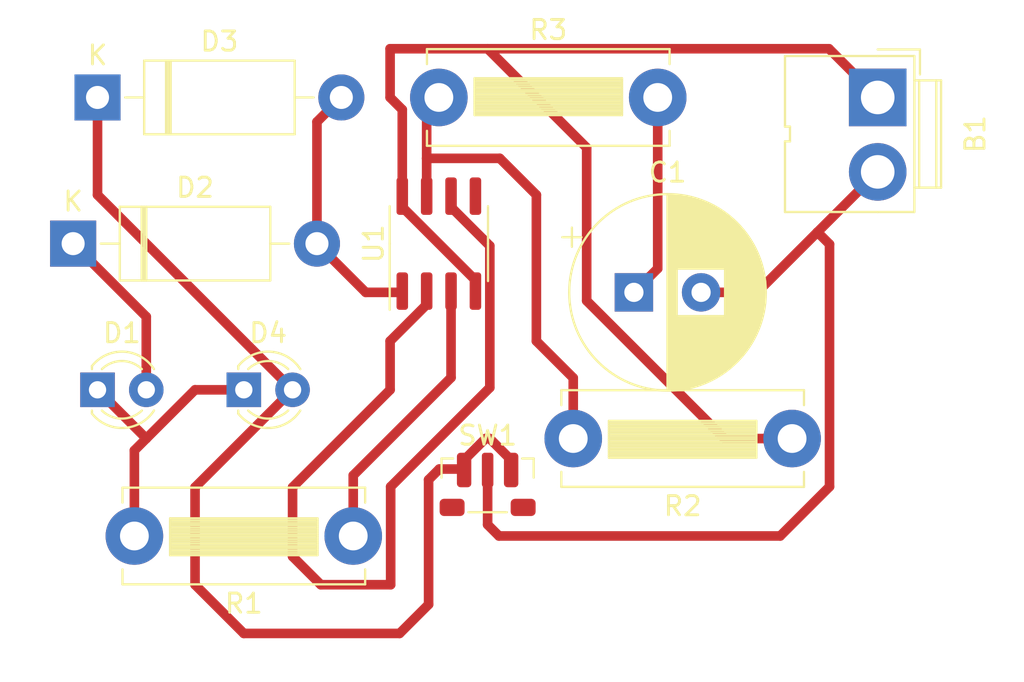
<source format=kicad_pcb>
(kicad_pcb (version 20211014) (generator pcbnew)
  (layers (0 "F.Cu" signal) (31 "B.Cu" signal) (34 "B.Paste" user) (35 "F.Paste" user) (36 "B.SilkS" user "B.Silkscreen") (37 "F.SilkS" user "F.Silkscreen") (38 "B.Mask" user) (39 "F.Mask" user) (44 "Edge.Cuts" user))
  (net 0 "")
  (net 1 "Net-(B1-Pad1)")
  (net 2 "Net-(B1-Pad2)")
  (net 3 "Net-(C1-Pad1)")
  (net 4 "Net-(D1-Pad1)")
  (net 5 "Net-(D1-Pad2)")
  (net 6 "Net-(D2-Pad2)")
  (net 7 "Net-(D3-Pad1)")
  (net 8 "Net-(R1-Pad1)")
  (net 9 "Net-(R2-Pad2)")
  (net 10 "Net-(U1-Pad2)")
  (footprint "Button_Switch_SMD:SW_Push_1P1T-MP_NO_Horizontal_Alps_SKRTLAE010" (layer "F.Cu") (at 127 81.28)
    (fp_text reference "SW1" (at 0 -2.7) (layer "F.SilkS"))
    (fp_text value "SW_SPDT")
    (fp_line (start -2.4 -1.5) (end -2.4 -0.5) (layer "F.SilkS") (width 0.12))
    (fp_line (start -1.8 -1.5) (end -2.4 -1.5) (layer "F.SilkS") (width 0.12))
    (fp_line (start -1 1.3) (end 1 1.3) (layer "F.SilkS") (width 0.12))
    (fp_line (start 2.4 -1.5) (end 2.4 -0.5) (layer "F.SilkS") (width 0.12))
    (fp_line (start 1.8 -1.5) (end 2.4 -1.5) (layer "F.SilkS") (width 0.12))
    (pad "" np_thru_hole circle (at 2.125 0) (size 0.9 0.9) (drill 0.9) (layers *.Cu *.Mask))
    (pad "" np_thru_hole circle (at -2.125 0) (size 0.9 0.9) (drill 0.9) (layers *.Cu *.Mask))
    (pad "1" smd roundrect (at 1.225 -0.9) (size 0.75 1.8) (layers "F.Cu" "F.Paste" "F.Mask") (net 7 "Net-(D3-Pad1)"))
    (pad "1" smd roundrect (at -1.225 -0.9) (size 0.75 1.8) (layers "F.Cu" "F.Paste" "F.Mask") (net 7 "Net-(D3-Pad1)"))
    (pad "2" smd roundrect (at 0 -0.9) (size 0.6 1.8) (layers "F.Cu" "F.Paste" "F.Mask") (net 2 "Net-(B1-Pad2)"))
    (pad "MP" smd roundrect (at 1.85 1.05) (size 1.3 0.9) (layers "F.Cu" "F.Paste" "F.Mask"))
    (pad "MP" smd roundrect (at -1.85 1.05) (size 1.3 0.9) (layers "F.Cu" "F.Paste" "F.Mask"))
  )
  (footprint "Diode_THT:D_DO-15_P12.70mm_Horizontal" (layer "F.Cu") (at 106.68 60.96)
    (fp_text reference "D3" (at 6.35 -2.92) (layer "F.SilkS"))
    (fp_text value "1N4007")
    (fp_text user "K" (at 0 -2.2) (layer "F.SilkS"))
    (fp_line (start 2.43 1.92) (end 10.27 1.92) (layer "F.SilkS") (width 0.12))
    (fp_line (start 10.27 -1.92) (end 2.43 -1.92) (layer "F.SilkS") (width 0.12))
    (fp_line (start 2.43 -1.92) (end 2.43 1.92) (layer "F.SilkS") (width 0.12))
    (fp_line (start 3.81 -1.92) (end 3.81 1.92) (layer "F.SilkS") (width 0.12))
    (fp_line (start 1.44 0) (end 2.43 0) (layer "F.SilkS") (width 0.12))
    (fp_line (start 11.26 0) (end 10.27 0) (layer "F.SilkS") (width 0.12))
    (fp_line (start 3.69 -1.92) (end 3.69 1.92) (layer "F.SilkS") (width 0.12))
    (fp_line (start 3.57 -1.92) (end 3.57 1.92) (layer "F.SilkS") (width 0.12))
    (fp_line (start 10.27 1.92) (end 10.27 -1.92) (layer "F.SilkS") (width 0.12))
    (pad "1" thru_hole rect (at 0 0) (size 2.4 2.4) (drill 1.2) (layers *.Cu *.Mask) (net 7 "Net-(D3-Pad1)"))
    (pad "2" thru_hole oval (at 12.7 0) (size 2.4 2.4) (drill 1.2) (layers *.Cu *.Mask) (net 6 "Net-(D2-Pad2)"))
  )
  (footprint "Resistor_THT:R_Bare_Metal_Element_L12.4mm_W4.8mm_P11.40mm" (layer "F.Cu") (at 124.46 60.96)
    (fp_text reference "R3" (at 5.7 -3.52) (layer "F.SilkS"))
    (fp_text value "470k")
    (fp_line (start 1.86 -0.64) (end 9.54 -0.64) (layer "F.SilkS") (width 0.12))
    (fp_line (start 12.02 -2.52) (end 12.02 -1.74) (layer "F.SilkS") (width 0.12))
    (fp_line (start 1.86 -0.04) (end 9.54 -0.04) (layer "F.SilkS") (width 0.12))
    (fp_line (start 1.86 0.2) (end 9.54 0.2) (layer "F.SilkS") (width 0.12))
    (fp_line (start 1.86 0.8) (end 9.54 0.8) (layer "F.SilkS") (width 0.12))
    (fp_line (start 1.86 -1) (end 1.86 0.92) (layer "F.SilkS") (width 0.12))
    (fp_line (start 1.86 0.08) (end 9.54 0.08) (layer "F.SilkS") (width 0.12))
    (fp_line (start 1.86 -0.28) (end 9.54 -0.28) (layer "F.SilkS") (width 0.12))
    (fp_line (start 1.86 -0.4) (end 9.54 -0.4) (layer "F.SilkS") (width 0.12))
    (fp_line (start -0.62 -2.52) (end 12.02 -2.52) (layer "F.SilkS") (width 0.12))
    (fp_line (start 1.86 -0.76) (end 9.54 -0.76) (layer "F.SilkS") (width 0.12))
    (fp_line (start 1.86 0.44) (end 9.54 0.44) (layer "F.SilkS") (width 0.12))
    (fp_line (start 12.02 2.52) (end 12.02 1.74) (layer "F.SilkS") (width 0.12))
    (fp_line (start 1.86 0.56) (end 9.54 0.56) (layer "F.SilkS") (width 0.12))
    (fp_line (start -0.62 1.74) (end -0.62 2.52) (layer "F.SilkS") (width 0.12))
    (fp_line (start 9.54 -1) (end 9.54 0.92) (layer "F.SilkS") (width 0.12))
    (fp_line (start 1.86 -0.16) (end 9.54 -0.16) (layer "F.SilkS") (width 0.12))
    (fp_line (start 1.86 -0.52) (end 9.54 -0.52) (layer "F.SilkS") (width 0.12))
    (fp_line (start -0.62 -1.74) (end -0.62 -2.52) (layer "F.SilkS") (width 0.12))
    (fp_line (start 1.86 0.92) (end 9.54 0.92) (layer "F.SilkS") (width 0.12))
    (fp_line (start 1.86 0.68) (end 9.54 0.68) (layer "F.SilkS") (width 0.12))
    (fp_line (start 1.86 -0.88) (end 9.54 -0.88) (layer "F.SilkS") (width 0.12))
    (fp_line (start -0.62 2.52) (end 12.02 2.52) (layer "F.SilkS") (width 0.12))
    (fp_line (start 1.86 0.32) (end 9.54 0.32) (layer "F.SilkS") (width 0.12))
    (fp_line (start 1.86 -1) (end 9.54 -1) (layer "F.SilkS") (width 0.12))
    (pad "1" thru_hole circle (at 0 0) (size 3 3) (drill 1.5) (layers *.Cu *.Mask) (net 9 "Net-(R2-Pad2)"))
    (pad "2" thru_hole oval (at 11.4 0) (size 3 3) (drill 1.5) (layers *.Cu *.Mask) (net 3 "Net-(C1-Pad1)"))
  )
  (footprint "LED_THT:LED_D3.0mm" (layer "F.Cu") (at 114.3 76.2)
    (fp_text reference "D4" (at 1.27 -2.96) (layer "F.SilkS"))
    (fp_text value "LED")
    (fp_line (start -0.29 1.08) (end -0.29 1.236) (layer "F.SilkS") (width 0.12))
    (fp_line (start -0.29 -1.236) (end -0.29 -1.08) (layer "F.SilkS") (width 0.12))
    (fp_arc (start 2.31113 1.079837) (mid 1.270117 1.5) (end 0.229039 1.08) (layer "F.SilkS") (width 0.12))
    (fp_arc (start -0.29 -1.235516) (mid 1.366487 -1.987659) (end 2.942335 -1.078608) (layer "F.SilkS") (width 0.12))
    (fp_arc (start 2.942335 1.078608) (mid 1.366487 1.987659) (end -0.29 1.235516) (layer "F.SilkS") (width 0.12))
    (fp_arc (start 0.229039 -1.08) (mid 1.270117 -1.5) (end 2.31113 -1.079837) (layer "F.SilkS") (width 0.12))
    (pad "1" thru_hole rect (at 0 0) (size 1.8 1.8) (drill 0.9) (layers *.Cu *.Mask) (net 4 "Net-(D1-Pad1)"))
    (pad "2" thru_hole circle (at 2.54 0) (size 1.8 1.8) (drill 0.9) (layers *.Cu *.Mask) (net 7 "Net-(D3-Pad1)"))
  )
  (footprint "Resistor_THT:R_Bare_Metal_Element_L12.4mm_W4.8mm_P11.40mm" (layer "F.Cu") (at 142.86 78.74 180)
    (fp_text reference "R2" (at 5.7 -3.52) (layer "F.SilkS"))
    (fp_text value "100k")
    (fp_line (start 1.86 0.2) (end 9.54 0.2) (layer "F.SilkS") (width 0.12))
    (fp_line (start 1.86 -1) (end 9.54 -1) (layer "F.SilkS") (width 0.12))
    (fp_line (start 1.86 -1) (end 1.86 0.92) (layer "F.SilkS") (width 0.12))
    (fp_line (start 1.86 -0.88) (end 9.54 -0.88) (layer "F.SilkS") (width 0.12))
    (fp_line (start 1.86 -0.52) (end 9.54 -0.52) (layer "F.SilkS") (width 0.12))
    (fp_line (start 1.86 0.8) (end 9.54 0.8) (layer "F.SilkS") (width 0.12))
    (fp_line (start 1.86 0.92) (end 9.54 0.92) (layer "F.SilkS") (width 0.12))
    (fp_line (start 12.02 2.52) (end 12.02 1.74) (layer "F.SilkS") (width 0.12))
    (fp_line (start 1.86 0.32) (end 9.54 0.32) (layer "F.SilkS") (width 0.12))
    (fp_line (start 12.02 -2.52) (end 12.02 -1.74) (layer "F.SilkS") (width 0.12))
    (fp_line (start 1.86 0.56) (end 9.54 0.56) (layer "F.SilkS") (width 0.12))
    (fp_line (start 1.86 0.68) (end 9.54 0.68) (layer "F.SilkS") (width 0.12))
    (fp_line (start 1.86 0.44) (end 9.54 0.44) (layer "F.SilkS") (width 0.12))
    (fp_line (start 1.86 -0.4) (end 9.54 -0.4) (layer "F.SilkS") (width 0.12))
    (fp_line (start 1.86 -0.04) (end 9.54 -0.04) (layer "F.SilkS") (width 0.12))
    (fp_line (start 1.86 -0.16) (end 9.54 -0.16) (layer "F.SilkS") (width 0.12))
    (fp_line (start 9.54 -1) (end 9.54 0.92) (layer "F.SilkS") (width 0.12))
    (fp_line (start -0.62 1.74) (end -0.62 2.52) (layer "F.SilkS") (width 0.12))
    (fp_line (start -0.62 -2.52) (end 12.02 -2.52) (layer "F.SilkS") (width 0.12))
    (fp_line (start 1.86 0.08) (end 9.54 0.08) (layer "F.SilkS") (width 0.12))
    (fp_line (start -0.62 -1.74) (end -0.62 -2.52) (layer "F.SilkS") (width 0.12))
    (fp_line (start 1.86 -0.64) (end 9.54 -0.64) (layer "F.SilkS") (width 0.12))
    (fp_line (start 1.86 -0.28) (end 9.54 -0.28) (layer "F.SilkS") (width 0.12))
    (fp_line (start -0.62 2.52) (end 12.02 2.52) (layer "F.SilkS") (width 0.12))
    (fp_line (start 1.86 -0.76) (end 9.54 -0.76) (layer "F.SilkS") (width 0.12))
    (pad "1" thru_hole circle (at 0 0 180) (size 3 3) (drill 1.5) (layers *.Cu *.Mask) (net 1 "Net-(B1-Pad1)"))
    (pad "2" thru_hole oval (at 11.4 0 180) (size 3 3) (drill 1.5) (layers *.Cu *.Mask) (net 9 "Net-(R2-Pad2)"))
  )
  (footprint "LED_THT:LED_D3.0mm" (layer "F.Cu") (at 106.68 76.2)
    (fp_text reference "D1" (at 1.27 -2.96) (layer "F.SilkS"))
    (fp_text value "LED")
    (fp_line (start -0.29 1.08) (end -0.29 1.236) (layer "F.SilkS") (width 0.12))
    (fp_line (start -0.29 -1.236) (end -0.29 -1.08) (layer "F.SilkS") (width 0.12))
    (fp_arc (start 2.31113 1.079837) (mid 1.270117 1.5) (end 0.229039 1.08) (layer "F.SilkS") (width 0.12))
    (fp_arc (start -0.29 -1.235516) (mid 1.366487 -1.987659) (end 2.942335 -1.078608) (layer "F.SilkS") (width 0.12))
    (fp_arc (start 0.229039 -1.08) (mid 1.270117 -1.5) (end 2.31113 -1.079837) (layer "F.SilkS") (width 0.12))
    (fp_arc (start 2.942335 1.078608) (mid 1.366487 1.987659) (end -0.29 1.235516) (layer "F.SilkS") (width 0.12))
    (pad "1" thru_hole rect (at 0 0) (size 1.8 1.8) (drill 0.9) (layers *.Cu *.Mask) (net 4 "Net-(D1-Pad1)"))
    (pad "2" thru_hole circle (at 2.54 0) (size 1.8 1.8) (drill 0.9) (layers *.Cu *.Mask) (net 5 "Net-(D1-Pad2)"))
  )
  (footprint "Diode_THT:D_DO-15_P12.70mm_Horizontal" (layer "F.Cu") (at 105.41 68.58)
    (fp_text reference "D2" (at 6.35 -2.92) (layer "F.SilkS"))
    (fp_text value "1N4007")
    (fp_text user "K" (at 0 -2.2) (layer "F.SilkS"))
    (fp_line (start 11.26 0) (end 10.27 0) (layer "F.SilkS") (width 0.12))
    (fp_line (start 10.27 1.92) (end 10.27 -1.92) (layer "F.SilkS") (width 0.12))
    (fp_line (start 1.44 0) (end 2.43 0) (layer "F.SilkS") (width 0.12))
    (fp_line (start 2.43 -1.92) (end 2.43 1.92) (layer "F.SilkS") (width 0.12))
    (fp_line (start 3.81 -1.92) (end 3.81 1.92) (layer "F.SilkS") (width 0.12))
    (fp_line (start 2.43 1.92) (end 10.27 1.92) (layer "F.SilkS") (width 0.12))
    (fp_line (start 10.27 -1.92) (end 2.43 -1.92) (layer "F.SilkS") (width 0.12))
    (fp_line (start 3.69 -1.92) (end 3.69 1.92) (layer "F.SilkS") (width 0.12))
    (fp_line (start 3.57 -1.92) (end 3.57 1.92) (layer "F.SilkS") (width 0.12))
    (pad "1" thru_hole rect (at 0 0) (size 2.4 2.4) (drill 1.2) (layers *.Cu *.Mask) (net 5 "Net-(D1-Pad2)"))
    (pad "2" thru_hole oval (at 12.7 0) (size 2.4 2.4) (drill 1.2) (layers *.Cu *.Mask) (net 6 "Net-(D2-Pad2)"))
  )
  (footprint "Capacitor_THT:CP_Radial_D10.0mm_P3.50mm" (layer "F.Cu") (at 134.62 71.12)
    (fp_text reference "C1" (at 1.75 -6.25) (layer "F.SilkS"))
    (fp_text value "1uF")
    (fp_line (start 2.831 -4.965) (end 2.831 -1.241) (layer "F.SilkS") (width 0.12))
    (fp_line (start 6.711 -1.23) (end 6.711 1.23) (layer "F.SilkS") (width 0.12))
    (fp_line (start 2.711 -4.99) (end 2.711 -1.241) (layer "F.SilkS") (width 0.12))
    (fp_line (start -3.729646 -2.875) (end -2.729646 -2.875) (layer "F.SilkS") (width 0.12))
    (fp_line (start 3.351 1.241) (end 3.351 4.824) (layer "F.SilkS") (width 0.12))
    (fp_line (start 3.351 -4.824) (end 3.351 -1.241) (layer "F.SilkS") (width 0.12))
    (fp_line (start 6.671 -1.378) (end 6.671 1.378) (layer "F.SilkS") (width 0.12))
    (fp_line (start 5.551 -3.392) (end 5.551 3.392) (layer "F.SilkS") (width 0.12))
    (fp_line (start 2.11 -5.068) (end 2.11 5.068) (layer "F.SilkS") (width 0.12))
    (fp_line (start 3.911 1.241) (end 3.911 4.603) (layer "F.SilkS") (width 0.12))
    (fp_line (start 6.471 -1.944) (end 6.471 1.944) (layer "F.SilkS") (width 0.12))
    (fp_line (start 1.87 -5.079) (end 1.87 5.079) (layer "F.SilkS") (width 0.12))
    (fp_line (start 2.831 1.241) (end 2.831 4.965) (layer "F.SilkS") (width 0.12))
    (fp_line (start 6.831 -0.599) (end 6.831 0.599) (layer "F.SilkS") (width 0.12))
    (fp_line (start 3.831 1.241) (end 3.831 4.639) (layer "F.SilkS") (width 0.12))
    (fp_line (start 6.271 -2.365) (end 6.271 2.365) (layer "F.SilkS") (width 0.12))
    (fp_line (start 3.231 -4.862) (end 3.231 -1.241) (layer "F.SilkS") (width 0.12))
    (fp_line (start 5.791 -3.106) (end 5.791 3.106) (layer "F.SilkS") (width 0.12))
    (fp_line (start 4.551 -4.247) (end 4.551 -1.241) (layer "F.SilkS") (width 0.12))
    (fp_line (start 2.991 1.241) (end 2.991 4.928) (layer "F.SilkS") (width 0.12))
    (fp_line (start 4.631 -4.194) (end 4.631 -1.241) (layer "F.SilkS") (width 0.12))
    (fp_line (start 3.751 -4.674) (end 3.751 -1.241) (layer "F.SilkS") (width 0.12))
    (fp_line (start 4.711 1.241) (end 4.711 4.138) (layer "F.SilkS") (width 0.12))
    (fp_line (start 6.791 -0.862) (end 6.791 0.862) (layer "F.SilkS") (width 0.12))
    (fp_line (start 4.311 1.241) (end 4.311 4.395) (layer "F.SilkS") (width 0.12))
    (fp_line (start 2.19 -5.062) (end 2.19 5.062) (layer "F.SilkS") (width 0.12))
    (fp_line (start 3.631 -4.723) (end 3.631 -1.241) (layer "F.SilkS") (width 0.12))
    (fp_line (start 5.631 -3.301) (end 5.631 3.301) (layer "F.SilkS") (width 0.12))
    (fp_line (start 3.271 1.241) (end 3.271 4.85) (layer "F.SilkS") (width 0.12))
    (fp_line (start 6.031 -2.77) (end 6.031 2.77) (layer "F.SilkS") (width 0.12))
    (fp_line (start 3.151 -4.885) (end 3.151 -1.241) (layer "F.SilkS") (width 0.12))
    (fp_line (start 2.591 1.241) (end 2.591 5.011) (layer "F.SilkS") (width 0.12))
    (fp_line (start 5.271 -3.679) (end 5.271 3.679) (layer "F.SilkS") (width 0.12))
    (fp_line (start 5.111 -3.824) (end 5.111 3.824) (layer "F.SilkS") (width 0.12))
    (fp_line (start 2.15 -5.065) (end 2.15 5.065) (layer "F.SilkS") (width 0.12))
    (fp_line (start 3.551 -4.754) (end 3.551 -1.241) (layer "F.SilkS") (width 0.12))
    (fp_line (start 4.791 -4.08) (end 4.791 4.08) (layer "F.SilkS") (width 0.12))
    (fp_line (start 5.351 -3.601) (end 5.351 3.601) (layer "F.SilkS") (width 0.12))
    (fp_line (start 5.391 -3.561) (end 5.391 3.561) (layer "F.SilkS") (width 0.12))
    (fp_line (start 3.511 1.241) (end 3.511 4.768) (layer "F.SilkS") (width 0.12))
    (fp_line (start 3.871 1.241) (end 3.871 4.621) (layer "F.SilkS") (width 0.12))
    (fp_line (start 2.31 -5.05) (end 2.31 -1.241) (layer "F.SilkS") (width 0.12))
    (fp_line (start 3.871 -4.621) (end 3.871 -1.241) (layer "F.SilkS") (width 0.12))
    (fp_line (start 3.951 -4.584) (end 3.951 -1.241) (layer "F.SilkS") (width 0.12))
    (fp_line (start 4.631 1.241) (end 4.631 4.194) (layer "F.SilkS") (width 0.12))
    (fp_line (start 5.191 -3.753) (end 5.191 3.753) (layer "F.SilkS") (width 0.12))
    (fp_line (start 2.551 -5.018) (end 2.551 -1.241) (layer "F.SilkS") (width 0.12))
    (fp_line (start 5.951 -2.889) (end 5.951 2.889) (layer "F.SilkS") (width 0.12))
    (fp_line (start 3.311 1.241) (end 3.311 4.837) (layer "F.SilkS") (width 0.12))
    (fp_line (start 4.591 1.241) (end 4.591 4.221) (layer "F.SilkS") (width 0.12))
    (fp_line (start 4.751 -4.11) (end 4.751 4.11) (layer "F.SilkS") (width 0.12))
    (fp_line (start 1.95 -5.077) (end 1.95 5.077) (layer "F.SilkS") (width 0.12))
    (fp_line (start 4.951 -3.957) (end 4.951 3.957) (layer "F.SilkS") (width 0.12))
    (fp_line (start 2.23 -5.058) (end 2.23 5.058) (layer "F.SilkS") (width 0.12))
    (fp_line (start 2.31 1.241) (end 2.31 5.05) (layer "F.SilkS") (width 0.12))
    (fp_line (start 5.591 -3.347) (end 5.591 3.347) (layer "F.SilkS") (width 0.12))
    (fp_line (start 4.111 1.241) (end 4.111 4.504) (layer "F.SilkS") (width 0.12))
    (fp_line (start 5.831 -3.054) (end 5.831 3.054) (layer "F.SilkS") (width 0.12))
    (fp_line (start 4.671 1.241) (end 4.671 4.166) (layer "F.SilkS") (width 0.12))
    (fp_line (start 2.591 -5.011) (end 2.591 -1.241) (layer "F.SilkS") (width 0.12))
    (fp_line (start 6.351 -2.209) (end 6.351 2.209) (layer "F.SilkS") (width 0.12))
    (fp_line (start 2.871 1.241) (end 2.871 4.956) (layer "F.SilkS") (width 0.12))
    (fp_line (start 1.79 -5.08) (end 1.79 5.08) (layer "F.SilkS") (width 0.12))
    (fp_line (start 3.671 -4.707) (end 3.671 -1.241) (layer "F.SilkS") (width 0.12))
    (fp_line (start 1.91 -5.078) (end 1.91 5.078) (layer "F.SilkS") (width 0.12))
    (fp_line (start 4.231 -4.44) (end 4.231 -1.241) (layer "F.SilkS") (width 0.12))
    (fp_line (start 5.871 -3) (end 5.871 3) (layer "F.SilkS") (width 0.12))
    (fp_line (start 3.511 -4.768) (end 3.511 -1.241) (layer "F.SilkS") (width 0.12))
    (fp_line (start 4.991 -3.925) (end 4.991 3.925) (layer "F.SilkS") (width 0.12))
    (fp_line (start 4.511 -4.273) (end 4.511 -1.241) (layer "F.SilkS") (width 0.12))
    (fp_line (start 3.591 1.241) (end 3.591 4.738) (layer "F.SilkS") (width 0.12))
    (fp_line (start 3.991 1.241) (end 3.991 4.564) (layer "F.SilkS") (width 0.12))
    (fp_line (start 6.751 -1.062) (end 6.751 1.062) (layer "F.SilkS") (width 0.12))
    (fp_line (start 4.151 1.241) (end 4.151 4.483) (layer "F.SilkS") (width 0.12))
    (fp_line (start 6.511 -1.846) (end 6.511 1.846) (layer "F.SilkS") (width 0.12))
    (fp_line (start 2.671 -4.997) (end 2.671 -1.241) (layer "F.SilkS") (width 0.12))
    (fp_line (start 2.631 -5.004) (end 2.631 -1.241) (layer "F.SilkS") (width 0.12))
    (fp_line (start 1.99 -5.075) (end 1.99 5.075) (layer "F.SilkS") (width 0.12))
    (fp_line (start 2.07 -5.07) (end 2.07 5.07) (layer "F.SilkS") (width 0.12))
    (fp_line (start -3.229646 -3.375) (end -3.229646 -2.375) (layer "F.SilkS") (width 0.12))
    (fp_line (start 2.27 -5.054) (end 2.27 -1.241) (layer "F.SilkS") (width 0.12))
    (fp_line (start 2.631 1.241) (end 2.631 5.004) (layer "F.SilkS") (width 0.12))
    (fp_line (start 5.511 -3.436) (end 5.511 3.436) (layer "F.SilkS") (width 0.12))
    (fp_line (start 4.271 -4.417) (end 4.271 -1.241) (layer "F.SilkS") (width 0.12))
    (fp_line (start 3.551 1.241) (end 3.551 4.754) (layer "F.SilkS") (width 0.12))
    (fp_line (start 6.311 -2.289) (end 6.311 2.289) (layer "F.SilkS") (width 0.12))
    (fp_line (start 2.43 1.241) (end 2.43 5.035) (layer "F.SilkS") (width 0.12))
    (fp_line (start 2.871 -4.956) (end 2.871 -1.241) (layer "F.SilkS") (width 0.12))
    (fp_line (start 5.151 -3.789) (end 5.151 3.789) (layer "F.SilkS") (width 0.12))
    (fp_line (start 6.591 -1.63) (end 6.591 1.63) (layer "F.SilkS") (width 0.12))
    (fp_line (start 2.471 1.241) (end 2.471 5.03) (layer "F.SilkS") (width 0.12))
    (fp_line (start 4.911 -3.989) (end 4.911 3.989) (layer "F.SilkS") (width 0.12))
    (fp_line (start 3.391 -4.811) (end 3.391 -1.241) (layer "F.SilkS") (width 0.12))
    (fp_line (start 3.631 1.241) (end 3.631 4.723) (layer "F.SilkS") (width 0.12))
    (fp_line (start 3.831 -4.639) (end 3.831 -1.241) (layer "F.SilkS") (width 0.12))
    (fp_line (start 2.27 1.241) (end 2.27 5.054) (layer "F.SilkS") (width 0.12))
    (fp_line (start 2.511 -5.024) (end 2.511 -1.241) (layer "F.SilkS") (width 0.12))
    (fp_line (start 6.551 -1.742) (end 6.551 1.742) (layer "F.SilkS") (width 0.12))
    (fp_line (start 4.271 1.241) (end 4.271 4.417) (layer "F.SilkS") (width 0.12))
    (fp_line (start 2.471 -5.03) (end 2.471 -1.241) (layer "F.SilkS") (width 0.12))
    (fp_line (start 3.471 1.241) (end 3.471 4.783) (layer "F.SilkS") (width 0.12))
    (fp_line (start 4.191 -4.462) (end 4.191 -1.241) (layer "F.SilkS") (width 0.12))
    (fp_line (start 1.83 -5.08) (end 1.83 5.08) (layer "F.SilkS") (width 0.12))
    (fp_line (start 2.511 1.241) (end 2.511 5.024) (layer "F.SilkS") (width 0.12))
    (fp_line (start 5.991 -2.83) (end 5.991 2.83) (layer "F.SilkS") (width 0.12))
    (fp_line (start 3.391 1.241) (end 3.391 4.811) (layer "F.SilkS") (width 0.12))
    (fp_line (start 3.071 -4.907) (end 3.071 -1.241) (layer "F.SilkS") (width 0.12))
    (fp_line (start 4.671 -4.166) (end 4.671 -1.241) (layer "F.SilkS") (width 0.12))
    (fp_line (start 3.951 1.241) (end 3.951 4.584) (layer "F.SilkS") (width 0.12))
    (fp_line (start 2.35 1.241) (end 2.35 5.045) (layer "F.SilkS") (width 0.12))
    (fp_line (start 4.151 -4.483) (end 4.151 -1.241) (layer "F.SilkS") (width 0.12))
    (fp_line (start 2.03 -5.073) (end 2.03 5.073) (layer "F.SilkS") (width 0.12))
    (fp_line (start 4.391 1.241) (end 4.391 4.347) (layer "F.SilkS") (width 0.12))
    (fp_line (start 3.431 1.241) (end 3.431 4.797) (layer "F.SilkS") (width 0.12))
    (fp_line (start 5.911 -2.945) (end 5.911 2.945) (layer "F.SilkS") (width 0.12))
    (fp_line (start 3.791 1.241) (end 3.791 4.657) (layer "F.SilkS") (width 0.12))
    (fp_line (start 4.871 -4.02) (end 4.871 4.02) (layer "F.SilkS") (width 0.12))
    (fp_line (start 6.231 -2.439) (end 6.231 2.439) (layer "F.SilkS") (width 0.12))
    (fp_line (start 3.471 -4.783) (end 3.471 -1.241) (layer "F.SilkS") (width 0.12))
    (fp_line (start 2.711 1.241) (end 2.711 4.99) (layer "F.SilkS") (width 0.12))
    (fp_line (start 3.791 -4.657) (end 3.791 -1.241) (layer "F.SilkS") (width 0.12))
    (fp_line (start 1.75 -5.08) (end 1.75 5.08) (layer "F.SilkS") (width 0.12))
    (fp_line (start 3.751 1.241) (end 3.751 4.674) (layer "F.SilkS") (width 0.12))
    (fp_line (start 3.671 1.241) (end 3.671 4.707) (layer "F.SilkS") (width 0.12))
    (fp_line (start 3.431 -4.797) (end 3.431 -1.241) (layer "F.SilkS") (width 0.12))
    (fp_line (start 4.591 -4.221) (end 4.591 -1.241) (layer "F.SilkS") (width 0.12))
    (fp_line (start 2.911 -4.947) (end 2.911 -1.241) (layer "F.SilkS") (width 0.12))
    (fp_line (start 6.111 -2.645) (end 6.111 2.645) (layer "F.SilkS") (width 0.12))
    (fp_line (start 5.471 -3.478) (end 5.471 3.478) (layer "F.SilkS") (width 0.12))
    (fp_line (start 4.191 1.241) (end 4.191 4.462) (layer "F.SilkS") (width 0.12))
    (fp_line (start 3.191 -4.874) (end 3.191 -1.241) (layer "F.SilkS") (width 0.12))
    (fp_line (start 5.031 -3.892) (end 5.031 3.892) (layer "F.SilkS") (width 0.12))
    (fp_line (start 4.471 1.241) (end 4.471 4.298) (layer "F.SilkS") (width 0.12))
    (fp_line (start 2.751 1.241) (end 2.751 4.982) (layer "F.SilkS") (width 0.12))
    (fp_line (start 2.911 1.241) (end 2.911 4.947) (layer "F.SilkS") (width 0.12))
    (fp_line (start 6.151 -2.579) (end 6.151 2.579) (layer "F.SilkS") (width 0.12))
    (fp_line (start 4.031 -4.545) (end 4.031 -1.241) (layer "F.SilkS") (width 0.12))
    (fp_line (start 3.191 1.241) (end 3.191 4.874) (layer "F.SilkS") (width 0.12))
    (fp_line (start 3.711 -4.69) (end 3.711 -1.241) (layer "F.SilkS") (width 0.12))
    (fp_line (start 2.751 -4.982) (end 2.751 -1.241) (layer "F.SilkS") (width 0.12))
    (fp_line (start 4.431 -4.323) (end 4.431 -1.241) (layer "F.SilkS") (width 0.12))
    (fp_line (start 6.431 -2.037) (end 6.431 2.037) (layer "F.SilkS") (width 0.12))
    (fp_line (start 2.951 1.241) (end 2.951 4.938) (layer "F.SilkS") (width 0.12))
    (fp_line (start 4.511 1.241) (end 4.511 4.273) (layer "F.SilkS") (width 0.12))
    (fp_line (start 3.031 -4.918) (end 3.031 -1.241) (layer "F.SilkS") (width 0.12))
    (fp_line (start 3.151 1.241) (end 3.151 4.885) (layer "F.SilkS") (width 0.12))
    (fp_line (start 4.071 -4.525) (end 4.071 -1.241) (layer "F.SilkS") (width 0.12))
    (fp_line (start 4.551 1.241) (end 4.551 4.247) (layer "F.SilkS") (width 0.12))
    (fp_line (start 2.35 -5.045) (end 2.35 -1.241) (layer "F.SilkS") (width 0.12))
    (fp_line (start 3.111 1.241) (end 3.111 4.897) (layer "F.SilkS") (width 0.12))
    (fp_line (start 4.031 1.241) (end 4.031 4.545) (layer "F.SilkS") (width 0.12))
    (fp_line (start 3.311 -4.837) (end 3.311 -1.241) (layer "F.SilkS") (width 0.12))
    (fp_line (start 3.111 -4.897) (end 3.111 -1.241) (layer "F.SilkS") (width 0.12))
    (fp_line (start 4.391 -4.347) (end 4.391 -1.241) (layer "F.SilkS") (width 0.12))
    (fp_line (start 2.39 -5.04) (end 2.39 -1.241) (layer "F.SilkS") (width 0.12))
    (fp_line (start 3.991 -4.564) (end 3.991 -1.241) (layer "F.SilkS") (width 0.12))
    (fp_line (start 2.991 -4.928) (end 2.991 -1.241) (layer "F.SilkS") (width 0.12))
    (fp_line (start 4.351 -4.371) (end 4.351 -1.241) (layer "F.SilkS") (width 0.12))
    (fp_line (start 3.711 1.241) (end 3.711 4.69) (layer "F.SilkS") (width 0.12))
    (fp_line (start 2.671 1.241) (end 2.671 4.997) (layer "F.SilkS") (width 0.12))
    (fp_line (start 4.231 1.241) (end 4.231 4.44) (layer "F.SilkS") (width 0.12))
    (fp_line (start 5.071 -3.858) (end 5.071 3.858) (layer "F.SilkS") (width 0.12))
    (fp_line (start 2.551 1.241) (end 2.551 5.018) (layer "F.SilkS") (width 0.12))
    (fp_line (start 4.311 -4.395) (end 4.311 -1.241) (layer "F.SilkS") (width 0.12))
    (fp_line (start 3.071 1.241) (end 3.071 4.907) (layer "F.SilkS") (width 0.12))
    (fp_line (start 6.071 -2.709) (end 6.071 2.709) (layer "F.SilkS") (width 0.12))
    (fp_line (start 4.111 -4.504) (end 4.111 -1.241) (layer "F.SilkS") (width 0.12))
    (fp_line (start 3.271 -4.85) (end 3.271 -1.241) (layer "F.SilkS") (width 0.12))
    (fp_line (start 4.711 -4.138) (end 4.711 -1.241) (layer "F.SilkS") (width 0.12))
    (fp_line (start 3.031 1.241) (end 3.031 4.918) (layer "F.SilkS") (width 0.12))
    (fp_line (start 3.911 -4.603) (end 3.911 -1.241) (layer "F.SilkS") (width 0.12))
    (fp_line (start 4.471 -4.298) (end 4.471 -1.241) (layer "F.SilkS") (width 0.12))
    (fp_line (start 4.351 1.241) (end 4.351 4.371) (layer "F.SilkS") (width 0.12))
    (fp_line (start 5.751 -3.156) (end 5.751 3.156) (layer "F.SilkS") (width 0.12))
    (fp_line (start 2.39 1.241) (end 2.39 5.04) (layer "F.SilkS") (width 0.12))
    (fp_line (start 2.43 -5.035) (end 2.43 -1.241) (layer "F.SilkS") (width 0.12))
    (fp_line (start 4.831 -4.05) (end 4.831 4.05) (layer "F.SilkS") (width 0.12))
    (fp_line (start 5.311 -3.64) (end 5.311 3.64) (layer "F.SilkS") (width 0.12))
    (fp_line (start 6.391 -2.125) (end 6.391 2.125) (layer "F.SilkS") (width 0.12))
    (fp_line (start 5.711 -3.206) (end 5.711 3.206) (layer "F.SilkS") (width 0.12))
    (fp_line (start 2.791 -4.974) (end 2.791 -1.241) (layer "F.SilkS") (width 0.12))
    (fp_line (start 3.591 -4.738) (end 3.591 -1.241) (layer "F.SilkS") (width 0.12))
    (fp_line (start 6.191 -2.51) (end 6.191 2.51) (layer "F.SilkS") (width 0.12))
    (fp_line (start 3.231 1.241) (end 3.231 4.862) (layer "F.SilkS") (width 0.12))
    (fp_line (start 2.951 -4.938) (end 2.951 -1.241) (layer "F.SilkS") (width 0.12))
    (fp_line (start 5.231 -3.716) (end 5.231 3.716) (layer "F.SilkS") (width 0.12))
    (fp_line (start 4.071 1.241) (end 4.071 4.525) (layer "F.SilkS") (width 0.12))
    (fp_line (start 5.431 -3.52) (end 5.431 3.52) (layer "F.SilkS") (width 0.12))
    (fp_line (start 5.671 -3.254) (end 5.671 3.254) (layer "F.SilkS") (width 0.12))
    (fp_line (start 2.791 1.241) (end 2.791 4.974) (layer "F.SilkS") (width 0.12))
    (fp_line (start 4.431 1.241) (end 4.431 4.323) (layer "F.SilkS") (width 0.12))
    (fp_line (start 6.631 -1.51) (end 6.631 1.51) (layer "F.SilkS") (width 0.12))
    (fp_circle (center 1.75 0) (end 6.87 0) (layer "F.SilkS") (width 0.12) (fill none))
    (pad "1" thru_hole rect (at 0 0) (size 2 2) (drill 1) (layers *.Cu *.Mask) (net 3 "Net-(C1-Pad1)"))
    (pad "2" thru_hole circle (at 3.5 0) (size 2 2) (drill 1) (layers *.Cu *.Mask) (net 2 "Net-(B1-Pad2)"))
  )
  (footprint "Package_SO:SOIC-8_3.9x4.9mm_P1.27mm" (layer "F.Cu") (at 124.46 68.58 90)
    (fp_text reference "U1" (at 0 -3.4 90) (layer "F.SilkS"))
    (fp_text value "LM555xM")
    (fp_line (start 0 2.56) (end 1.95 2.56) (layer "F.SilkS") (width 0.12))
    (fp_line (start 0 -2.56) (end -3.45 -2.56) (layer "F.SilkS") (width 0.12))
    (fp_line (start 0 -2.56) (end 1.95 -2.56) (layer "F.SilkS") (width 0.12))
    (fp_line (start 0 2.56) (end -1.95 2.56) (layer "F.SilkS") (width 0.12))
    (pad "1" smd roundrect (at -2.475 -1.905 90) (size 1.95 0.6) (layers "F.Cu" "F.Paste" "F.Mask") (net 6 "Net-(D2-Pad2)"))
    (pad "2" smd roundrect (at -2.475 -0.635 90) (size 1.95 0.6) (layers "F.Cu" "F.Paste" "F.Mask") (net 10 "Net-(U1-Pad2)"))
    (pad "3" smd roundrect (at -2.475 0.635 90) (size 1.95 0.6) (layers "F.Cu" "F.Paste" "F.Mask") (net 8 "Net-(R1-Pad1)"))
    (pad "4" smd roundrect (at -2.475 1.905 90) (size 1.95 0.6) (layers "F.Cu" "F.Paste" "F.Mask") (net 1 "Net-(B1-Pad1)"))
    (pad "5" smd roundrect (at 2.475 1.905 90) (size 1.95 0.6) (layers "F.Cu" "F.Paste" "F.Mask"))
    (pad "6" smd roundrect (at 2.475 0.635 90) (size 1.95 0.6) (layers "F.Cu" "F.Paste" "F.Mask") (net 10 "Net-(U1-Pad2)"))
    (pad "7" smd roundrect (at 2.475 -0.635 90) (size 1.95 0.6) (layers "F.Cu" "F.Paste" "F.Mask") (net 9 "Net-(R2-Pad2)"))
    (pad "8" smd roundrect (at 2.475 -1.905 90) (size 1.95 0.6) (layers "F.Cu" "F.Paste" "F.Mask") (net 1 "Net-(B1-Pad1)"))
  )
  (footprint "Connector:JWT_A3963_1x02_P3.96mm_Vertical" (layer "F.Cu") (at 147.32 60.96 -90)
    (fp_text reference "B1" (at 1.91 -5.08 90) (layer "F.SilkS"))
    (fp_text value "Conn_01x02")
    (fp_line (start -2.16 0) (end -2.16 4.83) (layer "F.SilkS") (width 0.12))
    (fp_line (start -0.89 -3.3) (end 4.7 -3.3) (layer "F.SilkS") (width 0.12))
    (fp_line (start 2.29 4.57) (end 2.29 4.83) (layer "F.SilkS") (width 0.12))
    (fp_line (start -2.16 -1.91) (end 5.97 -1.91) (layer "F.SilkS") (width 0.12))
    (fp_line (start 4.7 -1.91) (end 4.7 -3.3) (layer "F.SilkS") (width 0.12))
    (fp_line (start -1.2 -2.2) (end -2.5 -2.2) (layer "F.SilkS") (width 0.12))
    (fp_line (start -2.16 -1.91) (end -2.16 0) (layer "F.SilkS") (width 0.12))
    (fp_line (start 1.52 4.83) (end 1.52 4.57) (layer "F.SilkS") (width 0.12))
    (fp_line (start 1.52 4.83) (end -2.16 4.83) (layer "F.SilkS") (width 0.12))
    (fp_line (start 5.97 -1.91) (end 5.97 0) (layer "F.SilkS") (width 0.12))
    (fp_line (start -0.89 -2.16) (end 4.7 -2.16) (layer "F.SilkS") (width 0.12))
    (fp_line (start -0.89 -1.91) (end -0.89 -3.3) (layer "F.SilkS") (width 0.12))
    (fp_line (start 1.52 4.57) (end 2.29 4.57) (layer "F.SilkS") (width 0.12))
    (fp_line (start 5.97 4.83) (end 5.97 0) (layer "F.SilkS") (width 0.12))
    (fp_line (start -2.5 -2.2) (end -2.5 0) (layer "F.SilkS") (width 0.12))
    (fp_line (start 2.29 4.83) (end 5.97 4.83) (layer "F.SilkS") (width 0.12))
    (fp_line (start -0.89 -3.05) (end 4.7 -3.05) (layer "F.SilkS") (width 0.12))
    (pad "1" thru_hole rect (at 0 0 270) (size 3 3) (drill 1.75) (layers *.Cu *.Mask) (net 1 "Net-(B1-Pad1)"))
    (pad "2" thru_hole circle (at 3.88 0 270) (size 3 3) (drill 1.75) (layers *.Cu *.Mask) (net 2 "Net-(B1-Pad2)"))
  )
  (footprint "Resistor_THT:R_Bare_Metal_Element_L12.4mm_W4.8mm_P11.40mm" (layer "F.Cu") (at 120 83.82 180)
    (fp_text reference "R1" (at 5.7 -3.52) (layer "F.SilkS"))
    (fp_text value "180")
    (fp_line (start 1.86 -0.64) (end 9.54 -0.64) (layer "F.SilkS") (width 0.12))
    (fp_line (start 1.86 -0.76) (end 9.54 -0.76) (layer "F.SilkS") (width 0.12))
    (fp_line (start 1.86 0.08) (end 9.54 0.08) (layer "F.SilkS") (width 0.12))
    (fp_line (start 1.86 0.2) (end 9.54 0.2) (layer "F.SilkS") (width 0.12))
    (fp_line (start 1.86 -0.88) (end 9.54 -0.88) (layer "F.SilkS") (width 0.12))
    (fp_line (start 1.86 0.44) (end 9.54 0.44) (layer "F.SilkS") (width 0.12))
    (fp_line (start 1.86 -0.4) (end 9.54 -0.4) (layer "F.SilkS") (width 0.12))
    (fp_line (start 1.86 -0.04) (end 9.54 -0.04) (layer "F.SilkS") (width 0.12))
    (fp_line (start 12.02 -2.52) (end 12.02 -1.74) (layer "F.SilkS") (width 0.12))
    (fp_line (start -0.62 -1.74) (end -0.62 -2.52) (layer "F.SilkS") (width 0.12))
    (fp_line (start 1.86 -0.28) (end 9.54 -0.28) (layer "F.SilkS") (width 0.12))
    (fp_line (start 12.02 2.52) (end 12.02 1.74) (layer "F.SilkS") (width 0.12))
    (fp_line (start -0.62 -2.52) (end 12.02 -2.52) (layer "F.SilkS") (width 0.12))
    (fp_line (start 1.86 0.68) (end 9.54 0.68) (layer "F.SilkS") (width 0.12))
    (fp_line (start 1.86 -0.16) (end 9.54 -0.16) (layer "F.SilkS") (width 0.12))
    (fp_line (start 1.86 0.56) (end 9.54 0.56) (layer "F.SilkS") (width 0.12))
    (fp_line (start 1.86 -1) (end 1.86 0.92) (layer "F.SilkS") (width 0.12))
    (fp_line (start 1.86 0.92) (end 9.54 0.92) (layer "F.SilkS") (width 0.12))
    (fp_line (start 1.86 -0.52) (end 9.54 -0.52) (layer "F.SilkS") (width 0.12))
    (fp_line (start 1.86 0.8) (end 9.54 0.8) (layer "F.SilkS") (width 0.12))
    (fp_line (start 1.86 -1) (end 9.54 -1) (layer "F.SilkS") (width 0.12))
    (fp_line (start -0.62 2.52) (end 12.02 2.52) (layer "F.SilkS") (width 0.12))
    (fp_line (start 9.54 -1) (end 9.54 0.92) (layer "F.SilkS") (width 0.12))
    (fp_line (start 1.86 0.32) (end 9.54 0.32) (layer "F.SilkS") (width 0.12))
    (fp_line (start -0.62 1.74) (end -0.62 2.52) (layer "F.SilkS") (width 0.12))
    (pad "1" thru_hole circle (at 0 0 180) (size 3 3) (drill 1.5) (layers *.Cu *.Mask) (net 8 "Net-(R1-Pad1)"))
    (pad "2" thru_hole oval (at 11.4 0 180) (size 3 3) (drill 1.5) (layers *.Cu *.Mask) (net 4 "Net-(D1-Pad1)"))
  )
  (segment (start 122.555 66.675) (end 126.365 70.485) (width 0.5) (layer "F.Cu") (net 1))
  (segment (start 122.555 66.105) (end 122.555 66.675) (width 0.5) (layer "F.Cu") (net 1))
  (segment (start 121.92 58.42) (end 127 58.42) (width 0.5) (layer "F.Cu") (net 1))
  (segment (start 127 58.42) (end 132.15952 63.57952) (width 0.5) (layer "F.Cu") (net 1))
  (segment (start 126.365 70.485) (end 126.365 71.055) (width 0.5) (layer "F.Cu") (net 1))
  (segment (start 139.340978 78.74) (end 142.86 78.74) (width 0.5) (layer "F.Cu") (net 1))
  (segment (start 132.15952 63.57952) (end 132.15952 71.558542) (width 0.5) (layer "F.Cu") (net 1))
  (segment (start 144.78 58.42) (end 147.32 60.96) (width 0.5) (layer "F.Cu") (net 1))
  (segment (start 121.92 60.96) (end 121.92 58.42) (width 0.5) (layer "F.Cu") (net 1))
  (segment (start 122.555 66.105) (end 122.555 61.595) (width 0.5) (layer "F.Cu") (net 1))
  (segment (start 122.555 61.595) (end 121.92 60.96) (width 0.5) (layer "F.Cu") (net 1))
  (segment (start 132.15952 71.558542) (end 139.340978 78.74) (width 0.5) (layer "F.Cu") (net 1))
  (segment (start 127 58.42) (end 144.78 58.42) (width 0.5) (layer "F.Cu") (net 1))
  (segment (start 144.809511 68.609511) (end 144.18 67.98) (width 0.5) (layer "F.Cu") (net 2))
  (segment (start 127 80.38) (end 127 83.22952) (width 0.5) (layer "F.Cu") (net 2))
  (segment (start 141.04 71.12) (end 144.18 67.98) (width 0.5) (layer "F.Cu") (net 2))
  (segment (start 142.24 83.82) (end 144.809511 81.250489) (width 0.5) (layer "F.Cu") (net 2))
  (segment (start 127.59048 83.82) (end 142.24 83.82) (width 0.5) (layer "F.Cu") (net 2))
  (segment (start 138.12 71.12) (end 141.04 71.12) (width 0.5) (layer "F.Cu") (net 2))
  (segment (start 127 83.22952) (end 127.59048 83.82) (width 0.5) (layer "F.Cu") (net 2))
  (segment (start 144.809511 81.250489) (end 144.809511 68.609511) (width 0.5) (layer "F.Cu") (net 2))
  (segment (start 144.18 67.98) (end 147.32 64.84) (width 0.5) (layer "F.Cu") (net 2))
  (segment (start 135.86 60.96) (end 135.86 69.88) (width 0.5) (layer "F.Cu") (net 3))
  (segment (start 135.86 69.88) (end 134.62 71.12) (width 0.5) (layer "F.Cu") (net 3))
  (segment (start 108.6 79.36) (end 108.6 83.82) (width 0.5) (layer "F.Cu") (net 4))
  (segment (start 114.3 76.2) (end 111.76 76.2) (width 0.5) (layer "F.Cu") (net 4))
  (segment (start 111.76 76.2) (end 109.22 78.74) (width 0.5) (layer "F.Cu") (net 4))
  (segment (start 109.22 78.74) (end 108.6 79.36) (width 0.5) (layer "F.Cu") (net 4))
  (segment (start 109.22 78.74) (end 106.68 76.2) (width 0.5) (layer "F.Cu") (net 4))
  (segment (start 109.22 72.39) (end 105.41 68.58) (width 0.5) (layer "F.Cu") (net 5))
  (segment (start 109.22 76.2) (end 109.22 72.39) (width 0.5) (layer "F.Cu") (net 5))
  (segment (start 120.65 71.12) (end 122.49 71.12) (width 0.5) (layer "F.Cu") (net 6))
  (segment (start 118.11 62.23) (end 119.38 60.96) (width 0.5) (layer "F.Cu") (net 6))
  (segment (start 118.11 68.58) (end 120.65 71.12) (width 0.5) (layer "F.Cu") (net 6))
  (segment (start 118.11 68.58) (end 118.11 62.23) (width 0.5) (layer "F.Cu") (net 6))
  (segment (start 122.49 71.12) (end 122.555 71.055) (width 0.5) (layer "F.Cu") (net 6))
  (segment (start 125.775 79.857151) (end 126.892151 78.74) (width 0.5) (layer "F.Cu") (net 7))
  (segment (start 123.925479 80.886694) (end 124.481694 80.330479) (width 0.5) (layer "F.Cu") (net 7))
  (segment (start 127.107849 78.74) (end 128.225 79.857151) (width 0.5) (layer "F.Cu") (net 7))
  (segment (start 124.481694 80.330479) (end 125.725479 80.330479) (width 0.5) (layer "F.Cu") (net 7))
  (segment (start 116.84 76.2) (end 111.76 81.28) (width 0.5) (layer "F.Cu") (net 7))
  (segment (start 126.892151 78.74) (end 127.107849 78.74) (width 0.5) (layer "F.Cu") (net 7))
  (segment (start 106.68 66.04) (end 116.84 76.2) (width 0.5) (layer "F.Cu") (net 7))
  (segment (start 125.725479 80.330479) (end 125.775 80.38) (width 0.5) (layer "F.Cu") (net 7))
  (segment (start 128.225 79.857151) (end 128.225 80.38) (width 0.5) (layer "F.Cu") (net 7))
  (segment (start 111.76 86.36) (end 114.3 88.9) (width 0.5) (layer "F.Cu") (net 7))
  (segment (start 111.76 81.28) (end 111.76 86.36) (width 0.5) (layer "F.Cu") (net 7))
  (segment (start 114.3 88.9) (end 122.414635 88.9) (width 0.5) (layer "F.Cu") (net 7))
  (segment (start 125.775 80.38) (end 125.775 79.857151) (width 0.5) (layer "F.Cu") (net 7))
  (segment (start 122.414635 88.9) (end 123.925479 87.389156) (width 0.5) (layer "F.Cu") (net 7))
  (segment (start 123.925479 87.389156) (end 123.925479 80.886694) (width 0.5) (layer "F.Cu") (net 7))
  (segment (start 106.68 60.96) (end 106.68 66.04) (width 0.5) (layer "F.Cu") (net 7))
  (segment (start 120 83.82) (end 120 80.66) (width 0.5) (layer "F.Cu") (net 8))
  (segment (start 125.095 75.565) (end 125.095 71.055) (width 0.5) (layer "F.Cu") (net 8))
  (segment (start 120 80.66) (end 125.095 75.565) (width 0.5) (layer "F.Cu") (net 8))
  (segment (start 124.46 60.96) (end 123.825 61.595) (width 0.5) (layer "F.Cu") (net 9))
  (segment (start 127.635 64.135) (end 129.54 66.04) (width 0.5) (layer "F.Cu") (net 9))
  (segment (start 123.825 61.595) (end 123.825 64.135) (width 0.5) (layer "F.Cu") (net 9))
  (segment (start 129.54 73.66) (end 131.46 75.58) (width 0.5) (layer "F.Cu") (net 9))
  (segment (start 129.54 66.04) (end 129.54 73.66) (width 0.5) (layer "F.Cu") (net 9))
  (segment (start 131.46 75.58) (end 131.46 78.74) (width 0.5) (layer "F.Cu") (net 9))
  (segment (start 123.825 64.135) (end 123.825 66.105) (width 0.5) (layer "F.Cu") (net 9))
  (segment (start 123.825 64.135) (end 127.635 64.135) (width 0.5) (layer "F.Cu") (net 9))
  (segment (start 121.949511 81.250489) (end 127.11452 76.08548) (width 0.5) (layer "F.Cu") (net 10))
  (segment (start 127.11452 76.08548) (end 127.11452 68.69452) (width 0.5) (layer "F.Cu") (net 10))
  (segment (start 125.095 66.675) (end 125.095 66.105) (width 0.5) (layer "F.Cu") (net 10))
  (segment (start 123.825 71.055) (end 123.825 71.755) (width 0.5) (layer "F.Cu") (net 10))
  (segment (start 121.949511 86.36) (end 121.949511 81.250489) (width 0.5) (layer "F.Cu") (net 10))
  (segment (start 116.84 81.28) (end 116.84 84.888513) (width 0.5) (layer "F.Cu") (net 10))
  (segment (start 123.825 71.755) (end 121.92 73.66) (width 0.5) (layer "F.Cu") (net 10))
  (segment (start 127.11452 68.69452) (end 125.095 66.675) (width 0.5) (layer "F.Cu") (net 10))
  (segment (start 118.311487 86.36) (end 121.949511 86.36) (width 0.5) (layer "F.Cu") (net 10))
  (segment (start 121.92 73.66) (end 121.92 76.2) (width 0.5) (layer "F.Cu") (net 10))
  (segment (start 116.84 84.888513) (end 118.311487 86.36) (width 0.5) (layer "F.Cu") (net 10))
  (segment (start 121.92 76.2) (end 116.84 81.28) (width 0.5) (layer "F.Cu") (net 10))
)
</source>
